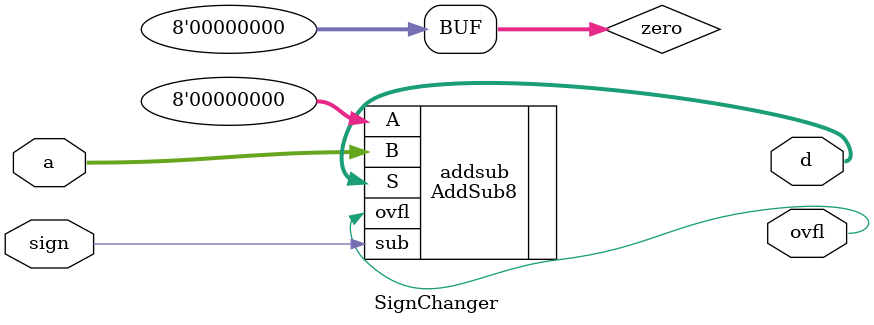
<source format=v>
`timescale 1ns / 1ps

module SignChanger(
    input [7:0] a,
    input sign,
    output [7:0] d,
    output ovfl
);
    wire [7:0] zero;
    assign zero = 8'b00000000;
    
    AddSub8 addsub(
        .A(zero),
        .B(a),
        .sub(sign),
        .S(d),
        .ovfl(ovfl)
    );
endmodule
</source>
